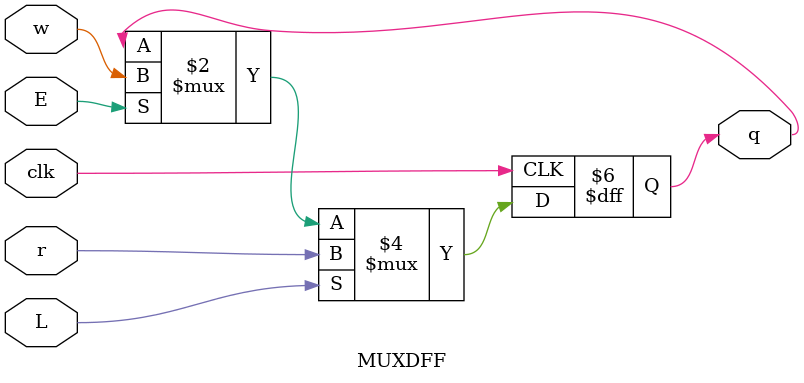
<source format=v>
module top_module (
    input [3:0] SW,
    input [3:0] KEY,
    output [3:0] LEDR
); //

    MUXDFF DFF3(KEY[0], KEY[1], KEY[2], KEY[3], SW[3], LEDR[3]);
    MUXDFF DFF2(KEY[0], KEY[1], KEY[2], LEDR[3], SW[2], LEDR[2]);
    MUXDFF DFF1(KEY[0], KEY[1], KEY[2], LEDR[2], SW[1], LEDR[1]);
    MUXDFF DFF0(KEY[0], KEY[1], KEY[2], LEDR[1], SW[0], LEDR[0]);
endmodule

module MUXDFF (
    input clk,
    input E,
    input L,
    input w,
    input r,
    output q
);
    always @ (posedge clk) begin 
        if (L)
            q <= r;
        else
            q <= E ? w :q;
    end

endmodule

</source>
